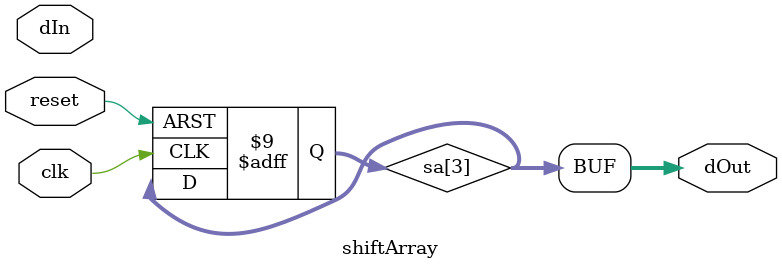
<source format=v>
module shiftArray #(parameter N = 16, M = 4) (
	input clk, reset,
	input [N-1:0] dIn,
	output [N-1:0] dOut);
	
	integer i;	
	reg [N-1:0] sa [0:M-1];

	assign dOut = sa[M-1];

	always @(posedge reset or posedge clk) begin
		if (reset == 1'b1) begin
			for (i = 0; i < M; i = i + 1'b1) begin
				sa[i] = 0;
			end
		end
		else begin
			for (i = 1; i < M; i = i + 1) begin
				sa[i - 1] = sa[i];
			end
			sa[0] = dIn;
		end
	end

endmodule


</source>
